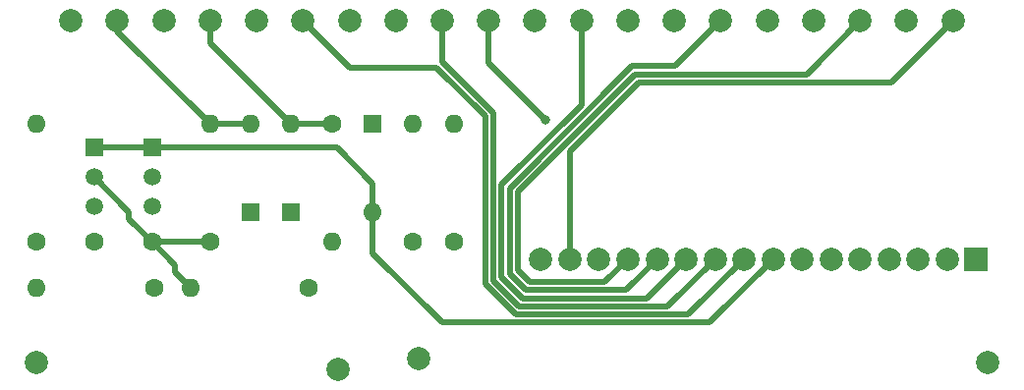
<source format=gbl>
%TF.GenerationSoftware,KiCad,Pcbnew,(5.1.7)-1*%
%TF.CreationDate,2021-11-13T14:15:28+01:00*%
%TF.ProjectId,display-board,64697370-6c61-4792-9d62-6f6172642e6b,rev?*%
%TF.SameCoordinates,Original*%
%TF.FileFunction,Copper,L2,Bot*%
%TF.FilePolarity,Positive*%
%FSLAX46Y46*%
G04 Gerber Fmt 4.6, Leading zero omitted, Abs format (unit mm)*
G04 Created by KiCad (PCBNEW (5.1.7)-1) date 2021-11-13 14:15:28*
%MOMM*%
%LPD*%
G01*
G04 APERTURE LIST*
%TA.AperFunction,ComponentPad*%
%ADD10R,2.000000X2.000000*%
%TD*%
%TA.AperFunction,ComponentPad*%
%ADD11C,2.000000*%
%TD*%
%TA.AperFunction,ComponentPad*%
%ADD12C,1.600000*%
%TD*%
%TA.AperFunction,ComponentPad*%
%ADD13C,1.520000*%
%TD*%
%TA.AperFunction,ComponentPad*%
%ADD14R,1.520000X1.520000*%
%TD*%
%TA.AperFunction,ComponentPad*%
%ADD15O,1.600000X1.600000*%
%TD*%
%TA.AperFunction,ComponentPad*%
%ADD16R,1.600000X1.600000*%
%TD*%
%TA.AperFunction,ViaPad*%
%ADD17C,0.800000*%
%TD*%
%TA.AperFunction,Conductor*%
%ADD18C,0.500000*%
%TD*%
G04 APERTURE END LIST*
D10*
%TO.P,J2,1*%
%TO.N,D17*%
X105000000Y-42500000D03*
D11*
%TO.P,J2,2*%
%TO.N,D16*%
X102500000Y-42500000D03*
%TO.P,J2,3*%
%TO.N,D14*%
X100000000Y-42500000D03*
%TO.P,J2,4*%
%TO.N,D13*%
X97500000Y-42500000D03*
%TO.P,J2,5*%
%TO.N,D8*%
X95000000Y-42500000D03*
%TO.P,J2,6*%
%TO.N,D7*%
X92500000Y-42500000D03*
%TO.P,J2,7*%
%TO.N,D5*%
X90000000Y-42500000D03*
%TO.P,J2,8*%
%TO.N,P602_9*%
X87500000Y-42500000D03*
%TO.P,J2,9*%
%TO.N,D6*%
X85000000Y-42500000D03*
%TO.P,J2,10*%
%TO.N,D9*%
X82500000Y-42500000D03*
%TO.P,J2,11*%
%TO.N,D12*%
X80000000Y-42500000D03*
%TO.P,J2,12*%
%TO.N,D15*%
X77500000Y-42500000D03*
%TO.P,J2,13*%
%TO.N,D18*%
X75000000Y-42500000D03*
%TO.P,J2,14*%
%TO.N,D10*%
X72500000Y-42500000D03*
%TO.P,J2,15*%
%TO.N,D20*%
X70000000Y-42500000D03*
%TO.P,J2,16*%
%TO.N,D1*%
X67500000Y-42500000D03*
%TD*%
%TO.P,J3,1*%
%TO.N,Net-(J3-Pad1)*%
X24000000Y-51400000D03*
%TD*%
%TO.P,J4,1*%
%TO.N,Net-(J4-Pad1)*%
X106000000Y-51400000D03*
%TD*%
%TO.P,J6,1*%
%TO.N,Net-(J6-Pad1)*%
X57000000Y-51100000D03*
%TD*%
%TO.P,J5,1*%
%TO.N,Net-(J5-Pad1)*%
X50000000Y-52000000D03*
%TD*%
D12*
%TO.P,C701,1*%
%TO.N,Net-(C701-Pad1)*%
X34000000Y-41040000D03*
%TO.P,C701,2*%
%TO.N,Net-(C701-Pad2)*%
X29000000Y-41040000D03*
%TD*%
D13*
%TO.P,T702,2*%
%TO.N,Net-(D701-Pad1)*%
X34000000Y-35440000D03*
%TO.P,T702,3*%
%TO.N,Net-(R704-Pad1)*%
X34000000Y-37980000D03*
D14*
%TO.P,T702,1*%
%TO.N,P602_9*%
X34000000Y-32900000D03*
%TD*%
D13*
%TO.P,T701,2*%
%TO.N,Net-(C701-Pad1)*%
X29000000Y-35440000D03*
%TO.P,T701,3*%
%TO.N,Net-(C701-Pad2)*%
X29000000Y-37980000D03*
D14*
%TO.P,T701,1*%
%TO.N,P602_9*%
X29000000Y-32900000D03*
%TD*%
D12*
%TO.P,R707,1*%
%TO.N,D20*%
X56500000Y-41040000D03*
D15*
%TO.P,R707,2*%
%TO.N,Net-(D703-Pad1)*%
X56500000Y-30880000D03*
%TD*%
D12*
%TO.P,R706,1*%
%TO.N,D1*%
X60000000Y-41040000D03*
D15*
%TO.P,R706,2*%
%TO.N,Net-(D703-Pad1)*%
X60000000Y-30880000D03*
%TD*%
D12*
%TO.P,R705,1*%
%TO.N,Net-(J4-Pad1)*%
X47500000Y-45000000D03*
D15*
%TO.P,R705,2*%
%TO.N,Net-(C701-Pad1)*%
X37340000Y-45000000D03*
%TD*%
D12*
%TO.P,R704,1*%
%TO.N,Net-(R704-Pad1)*%
X34160000Y-45000000D03*
D15*
%TO.P,R704,2*%
%TO.N,Net-(J3-Pad1)*%
X24000000Y-45000000D03*
%TD*%
D12*
%TO.P,R703,1*%
%TO.N,Net-(C701-Pad2)*%
X24000000Y-41040000D03*
D15*
%TO.P,R703,2*%
%TO.N,D10*%
X24000000Y-30880000D03*
%TD*%
D12*
%TO.P,R702,1*%
%TO.N,Net-(C701-Pad1)*%
X39000000Y-41040000D03*
D15*
%TO.P,R702,2*%
%TO.N,D2*%
X39000000Y-30880000D03*
%TD*%
D12*
%TO.P,R701,1*%
%TO.N,D4*%
X49500000Y-30880000D03*
D15*
%TO.P,R701,2*%
%TO.N,D10*%
X49500000Y-41040000D03*
%TD*%
D16*
%TO.P,D703,1*%
%TO.N,Net-(D703-Pad1)*%
X53000000Y-30880000D03*
D15*
%TO.P,D703,2*%
%TO.N,P602_9*%
X53000000Y-38500000D03*
%TD*%
D16*
%TO.P,D702,1*%
%TO.N,Net-(D701-Pad1)*%
X42500000Y-38500000D03*
D15*
%TO.P,D702,2*%
%TO.N,D2*%
X42500000Y-30880000D03*
%TD*%
D16*
%TO.P,D701,1*%
%TO.N,Net-(D701-Pad1)*%
X46000000Y-38500000D03*
D15*
%TO.P,D701,2*%
%TO.N,D4*%
X46000000Y-30880000D03*
%TD*%
D11*
%TO.P,J1,20*%
%TO.N,D20*%
X103000000Y-22000000D03*
%TO.P,J1,19*%
%TO.N,D19*%
X99000000Y-22000000D03*
%TO.P,J1,18*%
%TO.N,D18*%
X95000000Y-22000000D03*
%TO.P,J1,17*%
%TO.N,D17*%
X91000000Y-22000000D03*
%TO.P,J1,16*%
%TO.N,D16*%
X87000000Y-22000000D03*
%TO.P,J1,15*%
%TO.N,D15*%
X83000000Y-22000000D03*
%TO.P,J1,14*%
%TO.N,D14*%
X79000000Y-22000000D03*
%TO.P,J1,13*%
%TO.N,D13*%
X75000000Y-22000000D03*
%TO.P,J1,12*%
%TO.N,D12*%
X71000000Y-22000000D03*
%TO.P,J1,11*%
%TO.N,D11*%
X67000000Y-22000000D03*
%TO.P,J1,10*%
%TO.N,D10*%
X63000000Y-22000000D03*
%TO.P,J1,9*%
%TO.N,D9*%
X59000000Y-22000000D03*
%TO.P,J1,8*%
%TO.N,D8*%
X55000000Y-22000000D03*
%TO.P,J1,7*%
%TO.N,D7*%
X51000000Y-22000000D03*
%TO.P,J1,6*%
%TO.N,D6*%
X47000000Y-22000000D03*
%TO.P,J1,5*%
%TO.N,D5*%
X43000000Y-22000000D03*
%TO.P,J1,4*%
%TO.N,D4*%
X39000000Y-22000000D03*
%TO.P,J1,3*%
%TO.N,D12*%
X35000000Y-22000000D03*
%TO.P,J1,2*%
%TO.N,D2*%
X31000000Y-22000000D03*
%TO.P,J1,1*%
%TO.N,D1*%
X27000000Y-22000000D03*
%TD*%
D17*
%TO.N,D10*%
X67900000Y-30500000D03*
%TD*%
D18*
%TO.N,D20*%
X103000000Y-22000000D02*
X97700000Y-27300000D01*
X97700000Y-27300000D02*
X75900000Y-27300000D01*
X70000000Y-33200000D02*
X70000000Y-42500000D01*
X75900000Y-27300000D02*
X70000000Y-33200000D01*
%TO.N,D18*%
X75610047Y-26599990D02*
X90400010Y-26599990D01*
X65500000Y-43500000D02*
X65500000Y-36710038D01*
X65500000Y-36710038D02*
X75610047Y-26599990D01*
X66500000Y-44500000D02*
X65500000Y-43500000D01*
X73000000Y-44500000D02*
X66500000Y-44500000D01*
X90400010Y-26599990D02*
X95000000Y-22000000D01*
X75000000Y-42500000D02*
X73000000Y-44500000D01*
%TO.N,D15*%
X75320094Y-25899980D02*
X79100020Y-25899980D01*
X64799990Y-36420084D02*
X75320094Y-25899980D01*
X64799990Y-43789953D02*
X64799990Y-36420084D01*
X66210047Y-45200010D02*
X64799990Y-43789953D01*
X74799990Y-45200010D02*
X66210047Y-45200010D01*
X79100020Y-25899980D02*
X83000000Y-22000000D01*
X77500000Y-42500000D02*
X74799990Y-45200010D01*
%TO.N,D12*%
X71000000Y-29230112D02*
X71000000Y-22000000D01*
X64099980Y-44079906D02*
X64099980Y-36130131D01*
X65400000Y-45379925D02*
X64099980Y-44079906D01*
X64099980Y-36130131D02*
X71000000Y-29230112D01*
X65920094Y-45900020D02*
X65400000Y-45379925D01*
X76599980Y-45900020D02*
X65920094Y-45900020D01*
X80000000Y-42500000D02*
X76599980Y-45900020D01*
%TO.N,D10*%
X67900000Y-30500000D02*
X63500000Y-26100000D01*
X63000000Y-25600000D02*
X63500000Y-26100000D01*
X63000000Y-22000000D02*
X63000000Y-25600000D01*
%TO.N,D9*%
X59000000Y-24000000D02*
X59000000Y-22000000D01*
X59000000Y-25500000D02*
X59000000Y-24000000D01*
X63399970Y-29899970D02*
X59000000Y-25500000D01*
X63399970Y-44369859D02*
X63399970Y-29899970D01*
X65630142Y-46600030D02*
X63399970Y-44369859D01*
X78399970Y-46600030D02*
X65630142Y-46600030D01*
X82500000Y-42500000D02*
X78399970Y-46600030D01*
%TO.N,D6*%
X51000000Y-26000000D02*
X47000000Y-22000000D01*
X58510038Y-26000000D02*
X51000000Y-26000000D01*
X62699960Y-30189922D02*
X58510038Y-26000000D01*
X62699960Y-44659812D02*
X62699960Y-30189922D01*
X65340189Y-47300040D02*
X62699960Y-44659812D01*
X80199960Y-47300040D02*
X65340189Y-47300040D01*
X85000000Y-42500000D02*
X80199960Y-47300040D01*
%TO.N,D4*%
X39000000Y-23880000D02*
X46000000Y-30880000D01*
X39000000Y-22000000D02*
X39000000Y-23880000D01*
X46000000Y-30880000D02*
X49500000Y-30880000D01*
%TO.N,D2*%
X42500000Y-30880000D02*
X39000000Y-30880000D01*
X31000000Y-22880000D02*
X31000000Y-22000000D01*
X39000000Y-30880000D02*
X31000000Y-22880000D01*
%TO.N,Net-(C701-Pad1)*%
X29000000Y-35440000D02*
X32000000Y-38440000D01*
X32000000Y-39040000D02*
X34000000Y-41040000D01*
X32000000Y-38440000D02*
X32000000Y-39040000D01*
X34000000Y-41040000D02*
X36000000Y-43040000D01*
X36000000Y-43660000D02*
X37340000Y-45000000D01*
X36000000Y-43040000D02*
X36000000Y-43660000D01*
X39000000Y-41040000D02*
X34000000Y-41040000D01*
%TO.N,P602_9*%
X81999950Y-48000050D02*
X87500000Y-42500000D01*
X53000000Y-42000000D02*
X59000050Y-48000050D01*
X53000000Y-38500000D02*
X53000000Y-42000000D01*
X29000000Y-32900000D02*
X34000000Y-32900000D01*
X34000000Y-32900000D02*
X49900000Y-32900000D01*
X53000000Y-36000000D02*
X53000000Y-38500000D01*
X49900000Y-32900000D02*
X53000000Y-36000000D01*
X59000050Y-48000050D02*
X81999950Y-48000050D01*
%TD*%
M02*

</source>
